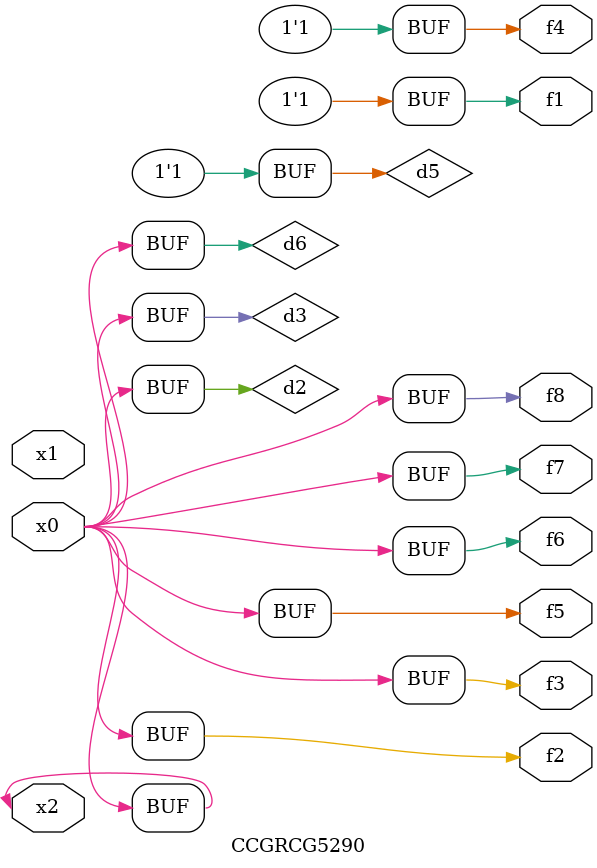
<source format=v>
module CCGRCG5290(
	input x0, x1, x2,
	output f1, f2, f3, f4, f5, f6, f7, f8
);

	wire d1, d2, d3, d4, d5, d6;

	xnor (d1, x2);
	buf (d2, x0, x2);
	and (d3, x0);
	xnor (d4, x1, x2);
	nand (d5, d1, d3);
	buf (d6, d2, d3);
	assign f1 = d5;
	assign f2 = d6;
	assign f3 = d6;
	assign f4 = d5;
	assign f5 = d6;
	assign f6 = d6;
	assign f7 = d6;
	assign f8 = d6;
endmodule

</source>
